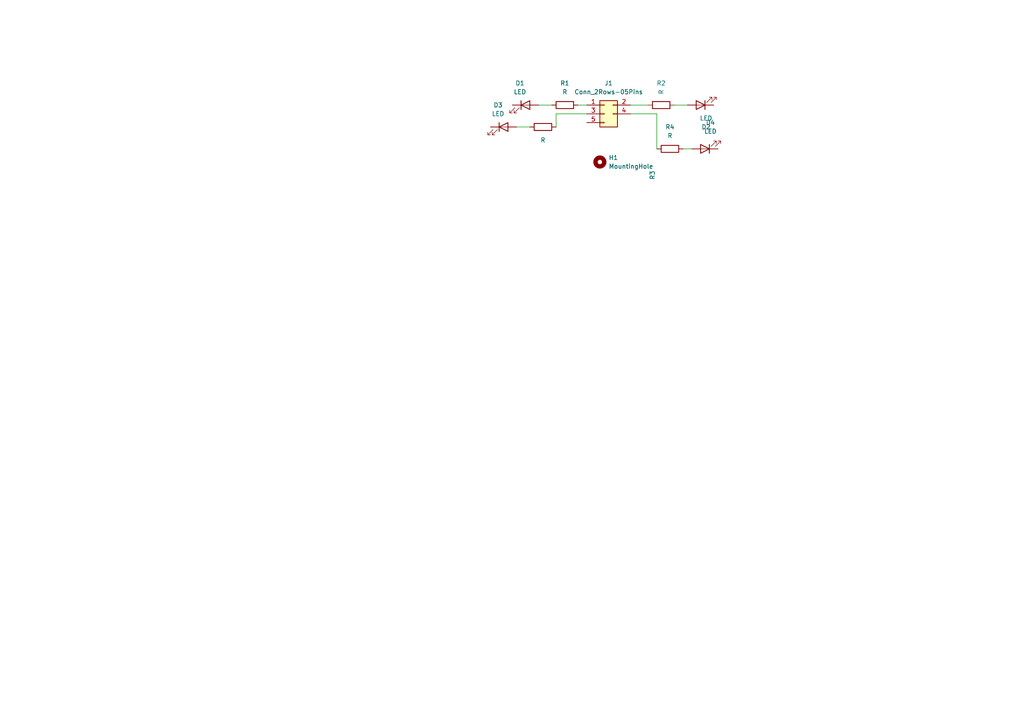
<source format=kicad_sch>
(kicad_sch (version 20230121) (generator eeschema)
  (paper "A4")
  (lib_symbols
    (symbol "Connector_Generic:Conn_2Rows-05Pins" (pin_names (offset 1.016) hide)
      (property "Reference" "J" (at 1.27 5.08 0))
      (property "Value" "Conn_2Rows-05Pins" (at 1.27 -5.08 0))
      (symbol "Conn_2Rows-05Pins_1_1"
        (rectangle (start -1.27 -2.413) (end 0 -2.667) (stroke (width 0.1524)))
        (rectangle (start -1.27 0.127) (end 0 -0.127) (stroke (width 0.1524)))
        (rectangle (start -1.27 2.667) (end 0 2.413) (stroke (width 0.1524)))
        (rectangle (start -1.27 3.81) (end 3.81 -3.81) (stroke (width 0.254)) (fill (type background)))
        (rectangle (start 3.81 0.127) (end 2.54 -0.127) (stroke (width 0.1524)))
        (rectangle (start 3.81 2.667) (end 2.54 2.413) (stroke (width 0.1524)))
        (pin passive line (at -5.08 2.54 0) (length 3.81) (name "Pin_1") (number "1"))
        (pin passive line (at 7.62 2.54 180) (length 3.81) (name "Pin_2") (number "2"))
        (pin passive line (at -5.08 0 0) (length 3.81) (name "Pin_3") (number "3"))
        (pin passive line (at 7.62 0 180) (length 3.81) (name "Pin_4") (number "4"))
        (pin passive line (at -5.08 -2.54 0) (length 3.81) (name "Pin_5") (number "5"))
      )
    )
    (symbol "Device:LED" (pin_numbers hide) (pin_names (offset 1.016) hide)
      (property "Reference" "D" (at 0 2.54 0))
      (property "Value" "LED" (at 0 -2.54 0))
      (symbol "LED_0_1"
        (polyline (pts (xy -1.27 -1.27) (xy -1.27 1.27)) (stroke (width 0.254)))
        (polyline (pts (xy -1.27 0) (xy 1.27 0)))
        (polyline (pts (xy 1.27 -1.27) (xy 1.27 1.27) (xy -1.27 0) (xy 1.27 -1.27)) (stroke (width 0.254)))
        (polyline (pts (xy -3.048 -0.762) (xy -4.572 -2.286) (xy -3.81 -2.286) (xy -4.572 -2.286) (xy -4.572 -1.524)))
        (polyline (pts (xy -1.778 -0.762) (xy -3.302 -2.286) (xy -2.54 -2.286) (xy -3.302 -2.286) (xy -3.302 -1.524)))
      )
      (symbol "LED_1_1"
        (pin passive line (at -3.81 0 0) (length 2.54) (name "K") (number "1"))
        (pin passive line (at 3.81 0 180) (length 2.54) (name "A") (number "2"))
      )
    )
    (symbol "Device:R" (pin_numbers hide) (pin_names (offset 0))
      (property "Reference" "R" (at 2.032 0 90))
      (property "Value" "R" (at 0 0 90))
      (symbol "R_0_1"
        (rectangle (start -1.016 -2.54) (end 1.016 2.54) (stroke (width 0.254)))
      )
      (symbol "R_1_1"
        (pin passive line (at 0 3.81 270) (length 1.27) (name "~") (number "1"))
        (pin passive line (at 0 -3.81 90) (length 1.27) (name "~") (number "2"))
      )
    )
    (symbol "Mechanical:MountingHole" (pin_names (offset 1.016))
      (property "Reference" "H" (at 0 5.08 0))
      (property "Value" "MountingHole" (at 0 3.175 0))
      (symbol "MountingHole_0_1"
        (circle (center 0 0) (radius 1.27) (stroke (width 1.27)))
      )
    )
  )
  (wire (pts (xy 161.29 33.02) (xy 161.29 36.83)))
  (wire (pts (xy 198.12 43.18) (xy 200.66 43.18)))
  (wire (pts (xy 167.64 30.48) (xy 170.18 30.48)))
  (wire (pts (xy 195.58 30.48) (xy 199.39 30.48)))
  (wire (pts (xy 182.88 33.02) (xy 190.5 33.02)))
  (wire (pts (xy 161.29 33.02) (xy 170.18 33.02)))
  (wire (pts (xy 149.86 36.83) (xy 153.67 36.83)))
  (wire (pts (xy 156.21 30.48) (xy 160.02 30.48)))
  (wire (pts (xy 182.88 30.48) (xy 187.96 30.48)))
  (wire (pts (xy 190.5 33.02) (xy 190.5 43.18)))
  (symbol (lib_id "Device:R") (at 194.31 43.18 90) (unit 1)
    (property "Reference" "R4" (at 194.31 36.83 90))
    (property "Value" "R" (at 194.31 39.37 90))
    (property "Footprint" "Resistor_THT:R_Axial_DIN0411_L9.9mm_D3.6mm_P12.70mm_Horizontal" (effects hide))
  )
  (symbol (lib_id "Mechanical:MountingHole") (at 173.99 46.99 0) (unit 1)
    (property "Reference" "H1" (at 176.53 45.72 0) (effects (justify left)))
    (property "Value" "MountingHole" (at 176.53 48.26 0) (effects (justify left)))
    (property "Footprint" "MountingHole:MountingHole_6.5mm" (effects hide))
  )
  (symbol (lib_id "Device:LED") (at 203.2 30.48 180) (unit 1)
    (property "Reference" "D2" (at 204.7875 36.83 0))
    (property "Value" "LED" (at 204.7875 34.29 0))
    (property "Footprint" "LED_THT:LED_D3.0mm" (effects hide))
  )
  (symbol (lib_id "Device:R") (at 191.77 30.48 90) (unit 1)
    (property "Reference" "R2" (at 191.77 24.13 90))
    (property "Value" "R" (at 191.77 26.67 0))
    (property "Footprint" "Resistor_THT:R_Axial_DIN0411_L9.9mm_D3.6mm_P12.70mm_Horizontal" (effects hide))
  )
  (symbol (lib_id "Device:LED") (at 152.4 30.48 0) (unit 1)
    (property "Reference" "D1" (at 150.8125 24.13 0))
    (property "Value" "LED" (at 150.8125 26.67 0))
    (property "Footprint" "LED_THT:LED_D3.0mm" (effects hide))
  )
  (symbol (lib_id "Connector_Generic:Conn_2Rows-05Pins") (at 175.26 33.02 0) (unit 1)
    (property "Reference" "J1" (at 176.53 24.13 0))
    (property "Value" "Conn_2Rows-05Pins" (at 176.53 26.67 0))
    (property "Footprint" "Connector_PinHeader_2.54mm:PinHeader_1x05_P2.54mm_Horizontal" (effects hide))
  )
  (symbol (lib_id "Device:R") (at 157.48 36.83 270) (unit 1)
    (property "Reference" "R3" (at 189.23 50.8 0))
    (property "Value" "R" (at 157.48 40.64 90))
    (property "Footprint" "Resistor_THT:R_Axial_DIN0411_L9.9mm_D3.6mm_P12.70mm_Horizontal" (effects hide))
  )
  (symbol (lib_id "Device:LED") (at 146.05 36.83 0) (unit 1)
    (property "Reference" "D3" (at 144.4625 30.48 0))
    (property "Value" "LED" (at 144.4625 33.02 0))
    (property "Footprint" "LED_THT:LED_D3.0mm" (effects hide))
  )
  (symbol (lib_id "Device:LED") (at 204.47 43.18 180) (unit 1)
    (property "Reference" "D4" (at 206.0575 35.56 0))
    (property "Value" "LED" (at 206.0575 38.1 0))
    (property "Footprint" "LED_THT:LED_D3.0mm" (effects hide))
  )
  (symbol (lib_id "Device:R") (at 163.83 30.48 90) (unit 1)
    (property "Reference" "R1" (at 163.83 24.13 90))
    (property "Value" "R" (at 163.83 26.67 90))
    (property "Footprint" "Resistor_THT:R_Axial_DIN0411_L9.9mm_D3.6mm_P12.70mm_Horizontal" (effects hide))
  )
)
</source>
